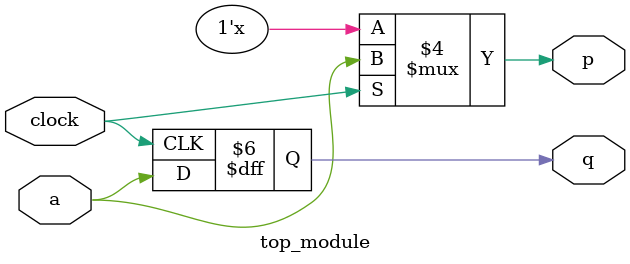
<source format=v>
module top_module (
    input clock,
    input a,
    output reg p,
    output reg q );
    
    always@(negedge clock)
        begin
            q<=a;
        end
    always@(*)
        begin
            if (clock)
            	p = a;
            
        end

endmodule

</source>
